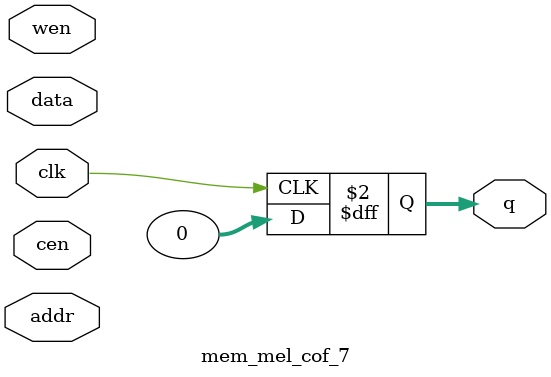
<source format=v>
module mem_mel_cof_7 (clk, addr, cen, wen, data, q);
parameter DATA_WIDTH =  32;
input clk;
input [11:0] addr;// Note
input cen;
input wen;
input [DATA_WIDTH-1:0]data;
output [DATA_WIDTH-1:0] q;
reg    [DATA_WIDTH-1:0] q;
always@(posedge clk) begin
    case(addr)
        default: q <= 0;
    endcase
end
endmodule

</source>
